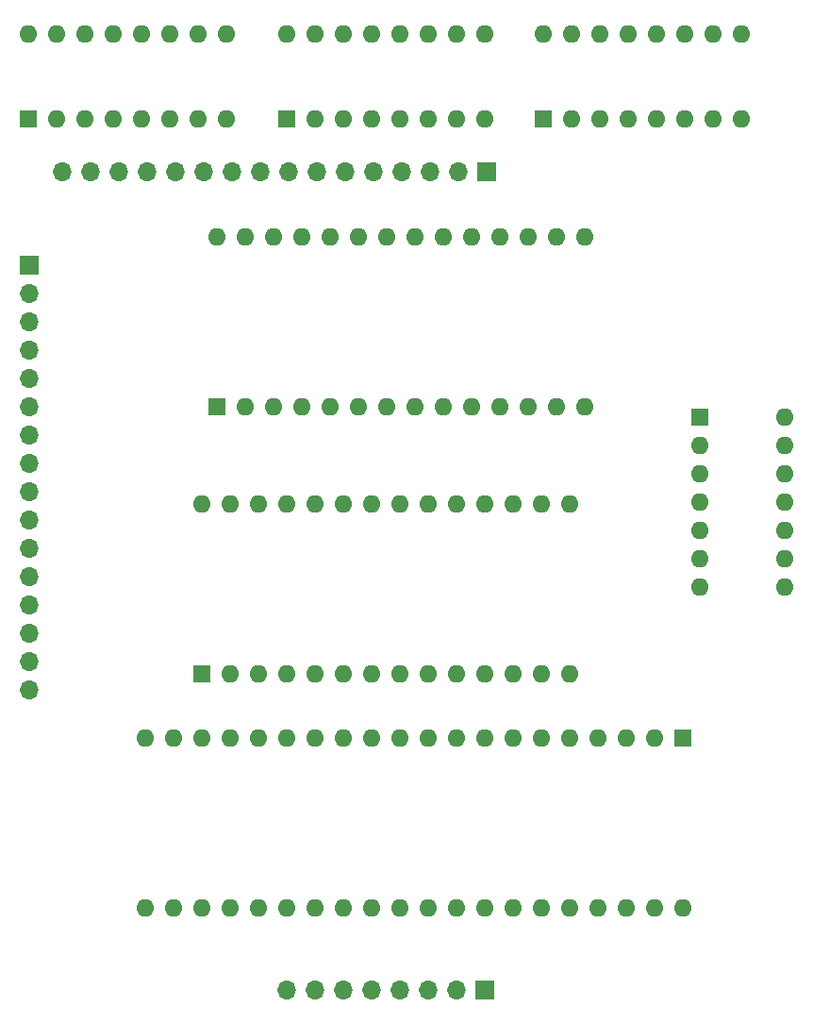
<source format=gbr>
%TF.GenerationSoftware,KiCad,Pcbnew,(6.0.9-0)*%
%TF.CreationDate,2022-12-28T10:48:57-05:00*%
%TF.ProjectId,6502_computer,36353032-5f63-46f6-9d70-757465722e6b,rev?*%
%TF.SameCoordinates,Original*%
%TF.FileFunction,Soldermask,Bot*%
%TF.FilePolarity,Negative*%
%FSLAX46Y46*%
G04 Gerber Fmt 4.6, Leading zero omitted, Abs format (unit mm)*
G04 Created by KiCad (PCBNEW (6.0.9-0)) date 2022-12-28 10:48:57*
%MOMM*%
%LPD*%
G01*
G04 APERTURE LIST*
%ADD10R,1.600000X1.600000*%
%ADD11O,1.600000X1.600000*%
%ADD12R,1.700000X1.700000*%
%ADD13O,1.700000X1.700000*%
G04 APERTURE END LIST*
D10*
%TO.C,U2*%
X131125000Y-57800000D03*
D11*
X133665000Y-57800000D03*
X136205000Y-57800000D03*
X138745000Y-57800000D03*
X141285000Y-57800000D03*
X143825000Y-57800000D03*
X146365000Y-57800000D03*
X148905000Y-57800000D03*
X148905000Y-50180000D03*
X146365000Y-50180000D03*
X143825000Y-50180000D03*
X141285000Y-50180000D03*
X138745000Y-50180000D03*
X136205000Y-50180000D03*
X133665000Y-50180000D03*
X131125000Y-50180000D03*
%TD*%
D10*
%TO.C,U7*%
X166725000Y-113375000D03*
D11*
X164185000Y-113375000D03*
X161645000Y-113375000D03*
X159105000Y-113375000D03*
X156565000Y-113375000D03*
X154025000Y-113375000D03*
X151485000Y-113375000D03*
X148945000Y-113375000D03*
X146405000Y-113375000D03*
X143865000Y-113375000D03*
X141325000Y-113375000D03*
X138785000Y-113375000D03*
X136245000Y-113375000D03*
X133705000Y-113375000D03*
X131165000Y-113375000D03*
X128625000Y-113375000D03*
X126085000Y-113375000D03*
X123545000Y-113375000D03*
X121005000Y-113375000D03*
X118465000Y-113375000D03*
X118465000Y-128615000D03*
X121005000Y-128615000D03*
X123545000Y-128615000D03*
X126085000Y-128615000D03*
X128625000Y-128615000D03*
X131165000Y-128615000D03*
X133705000Y-128615000D03*
X136245000Y-128615000D03*
X138785000Y-128615000D03*
X141325000Y-128615000D03*
X143865000Y-128615000D03*
X146405000Y-128615000D03*
X148945000Y-128615000D03*
X151485000Y-128615000D03*
X154025000Y-128615000D03*
X156565000Y-128615000D03*
X159105000Y-128615000D03*
X161645000Y-128615000D03*
X164185000Y-128615000D03*
X166725000Y-128615000D03*
%TD*%
D12*
%TO.C,J1*%
X108025000Y-70950000D03*
D13*
X108025000Y-73490000D03*
X108025000Y-76030000D03*
X108025000Y-78570000D03*
X108025000Y-81110000D03*
X108025000Y-83650000D03*
X108025000Y-86190000D03*
X108025000Y-88730000D03*
X108025000Y-91270000D03*
X108025000Y-93810000D03*
X108025000Y-96350000D03*
X108025000Y-98890000D03*
X108025000Y-101430000D03*
X108025000Y-103970000D03*
X108025000Y-106510000D03*
X108025000Y-109050000D03*
%TD*%
D12*
%TO.C,J2*%
X149050000Y-62625000D03*
D13*
X146510000Y-62625000D03*
X143970000Y-62625000D03*
X141430000Y-62625000D03*
X138890000Y-62625000D03*
X136350000Y-62625000D03*
X133810000Y-62625000D03*
X131270000Y-62625000D03*
X128730000Y-62625000D03*
X126190000Y-62625000D03*
X123650000Y-62625000D03*
X121110000Y-62625000D03*
X118570000Y-62625000D03*
X116030000Y-62625000D03*
X113490000Y-62625000D03*
X110950000Y-62625000D03*
%TD*%
D10*
%TO.C,U6*%
X123475000Y-107625000D03*
D11*
X126015000Y-107625000D03*
X128555000Y-107625000D03*
X131095000Y-107625000D03*
X133635000Y-107625000D03*
X136175000Y-107625000D03*
X138715000Y-107625000D03*
X141255000Y-107625000D03*
X143795000Y-107625000D03*
X146335000Y-107625000D03*
X148875000Y-107625000D03*
X151415000Y-107625000D03*
X153955000Y-107625000D03*
X156495000Y-107625000D03*
X156495000Y-92385000D03*
X153955000Y-92385000D03*
X151415000Y-92385000D03*
X148875000Y-92385000D03*
X146335000Y-92385000D03*
X143795000Y-92385000D03*
X141255000Y-92385000D03*
X138715000Y-92385000D03*
X136175000Y-92385000D03*
X133635000Y-92385000D03*
X131095000Y-92385000D03*
X128555000Y-92385000D03*
X126015000Y-92385000D03*
X123475000Y-92385000D03*
%TD*%
D12*
%TO.C,J3*%
X148875000Y-136000000D03*
D13*
X146335000Y-136000000D03*
X143795000Y-136000000D03*
X141255000Y-136000000D03*
X138715000Y-136000000D03*
X136175000Y-136000000D03*
X133635000Y-136000000D03*
X131095000Y-136000000D03*
%TD*%
D10*
%TO.C,U4*%
X124875000Y-83625000D03*
D11*
X127415000Y-83625000D03*
X129955000Y-83625000D03*
X132495000Y-83625000D03*
X135035000Y-83625000D03*
X137575000Y-83625000D03*
X140115000Y-83625000D03*
X142655000Y-83625000D03*
X145195000Y-83625000D03*
X147735000Y-83625000D03*
X150275000Y-83625000D03*
X152815000Y-83625000D03*
X155355000Y-83625000D03*
X157895000Y-83625000D03*
X157895000Y-68385000D03*
X155355000Y-68385000D03*
X152815000Y-68385000D03*
X150275000Y-68385000D03*
X147735000Y-68385000D03*
X145195000Y-68385000D03*
X142655000Y-68385000D03*
X140115000Y-68385000D03*
X137575000Y-68385000D03*
X135035000Y-68385000D03*
X132495000Y-68385000D03*
X129955000Y-68385000D03*
X127415000Y-68385000D03*
X124875000Y-68385000D03*
%TD*%
D10*
%TO.C,U3*%
X154125000Y-57800000D03*
D11*
X156665000Y-57800000D03*
X159205000Y-57800000D03*
X161745000Y-57800000D03*
X164285000Y-57800000D03*
X166825000Y-57800000D03*
X169365000Y-57800000D03*
X171905000Y-57800000D03*
X171905000Y-50180000D03*
X169365000Y-50180000D03*
X166825000Y-50180000D03*
X164285000Y-50180000D03*
X161745000Y-50180000D03*
X159205000Y-50180000D03*
X156665000Y-50180000D03*
X154125000Y-50180000D03*
%TD*%
D10*
%TO.C,U5*%
X168200000Y-84575000D03*
D11*
X168200000Y-87115000D03*
X168200000Y-89655000D03*
X168200000Y-92195000D03*
X168200000Y-94735000D03*
X168200000Y-97275000D03*
X168200000Y-99815000D03*
X175820000Y-99815000D03*
X175820000Y-97275000D03*
X175820000Y-94735000D03*
X175820000Y-92195000D03*
X175820000Y-89655000D03*
X175820000Y-87115000D03*
X175820000Y-84575000D03*
%TD*%
D10*
%TO.C,U1*%
X107925000Y-57800000D03*
D11*
X110465000Y-57800000D03*
X113005000Y-57800000D03*
X115545000Y-57800000D03*
X118085000Y-57800000D03*
X120625000Y-57800000D03*
X123165000Y-57800000D03*
X125705000Y-57800000D03*
X125705000Y-50180000D03*
X123165000Y-50180000D03*
X120625000Y-50180000D03*
X118085000Y-50180000D03*
X115545000Y-50180000D03*
X113005000Y-50180000D03*
X110465000Y-50180000D03*
X107925000Y-50180000D03*
%TD*%
M02*

</source>
